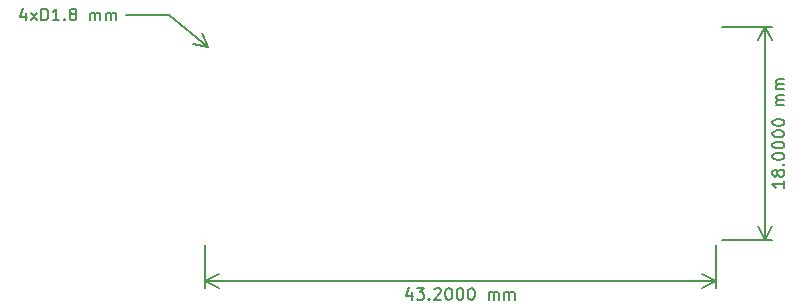
<source format=gbr>
%TF.GenerationSoftware,KiCad,Pcbnew,(5.99.0-8408-g2f86419c55)*%
%TF.CreationDate,2021-01-19T22:19:37+01:00*%
%TF.ProjectId,ax5243-test-board,61783532-3433-42d7-9465-73742d626f61,rev?*%
%TF.SameCoordinates,PX8954400PY4e33880*%
%TF.FileFunction,Other,User*%
%FSLAX46Y46*%
G04 Gerber Fmt 4.6, Leading zero omitted, Abs format (unit mm)*
G04 Created by KiCad (PCBNEW (5.99.0-8408-g2f86419c55)) date 2021-01-19 22:19:37*
%MOMM*%
%LPD*%
G01*
G04 APERTURE LIST*
%ADD10C,0.150000*%
G04 APERTURE END LIST*
D10*
X-36819048Y10214286D02*
X-36819048Y9547620D01*
X-37057143Y10595239D02*
X-37295239Y9880953D01*
X-36676191Y9880953D01*
X-36390477Y9547620D02*
X-35866667Y10214286D01*
X-36390477Y10214286D02*
X-35866667Y9547620D01*
X-35485715Y9547620D02*
X-35485715Y10547620D01*
X-35247620Y10547620D01*
X-35104762Y10500000D01*
X-35009524Y10404762D01*
X-34961905Y10309524D01*
X-34914286Y10119048D01*
X-34914286Y9976191D01*
X-34961905Y9785715D01*
X-35009524Y9690477D01*
X-35104762Y9595239D01*
X-35247620Y9547620D01*
X-35485715Y9547620D01*
X-33961905Y9547620D02*
X-34533334Y9547620D01*
X-34247620Y9547620D02*
X-34247620Y10547620D01*
X-34342858Y10404762D01*
X-34438096Y10309524D01*
X-34533334Y10261905D01*
X-33533334Y9642858D02*
X-33485715Y9595239D01*
X-33533334Y9547620D01*
X-33580953Y9595239D01*
X-33533334Y9642858D01*
X-33533334Y9547620D01*
X-32914286Y10119048D02*
X-33009524Y10166667D01*
X-33057143Y10214286D01*
X-33104762Y10309524D01*
X-33104762Y10357143D01*
X-33057143Y10452381D01*
X-33009524Y10500000D01*
X-32914286Y10547620D01*
X-32723810Y10547620D01*
X-32628572Y10500000D01*
X-32580953Y10452381D01*
X-32533334Y10357143D01*
X-32533334Y10309524D01*
X-32580953Y10214286D01*
X-32628572Y10166667D01*
X-32723810Y10119048D01*
X-32914286Y10119048D01*
X-33009524Y10071429D01*
X-33057143Y10023810D01*
X-33104762Y9928572D01*
X-33104762Y9738096D01*
X-33057143Y9642858D01*
X-33009524Y9595239D01*
X-32914286Y9547620D01*
X-32723810Y9547620D01*
X-32628572Y9595239D01*
X-32580953Y9642858D01*
X-32533334Y9738096D01*
X-32533334Y9928572D01*
X-32580953Y10023810D01*
X-32628572Y10071429D01*
X-32723810Y10119048D01*
X-31342858Y9547620D02*
X-31342858Y10214286D01*
X-31342858Y10119048D02*
X-31295239Y10166667D01*
X-31200000Y10214286D01*
X-31057143Y10214286D01*
X-30961905Y10166667D01*
X-30914286Y10071429D01*
X-30914286Y9547620D01*
X-30914286Y10071429D02*
X-30866667Y10166667D01*
X-30771429Y10214286D01*
X-30628572Y10214286D01*
X-30533334Y10166667D01*
X-30485715Y10071429D01*
X-30485715Y9547620D01*
X-30009524Y9547620D02*
X-30009524Y10214286D01*
X-30009524Y10119048D02*
X-29961905Y10166667D01*
X-29866667Y10214286D01*
X-29723810Y10214286D01*
X-29628572Y10166667D01*
X-29580953Y10071429D01*
X-29580953Y9547620D01*
X-29580953Y10071429D02*
X-29533334Y10166667D01*
X-29438096Y10214286D01*
X-29295239Y10214286D01*
X-29200000Y10166667D01*
X-29152381Y10071429D01*
X-29152381Y9547620D01*
X-21388378Y7314901D02*
X-24700000Y10000000D01*
X-21388378Y7314901D02*
X-21894067Y8479881D01*
X-21388378Y7314901D02*
X-22632725Y7568870D01*
X-24700000Y10000000D02*
X-28339285Y10000000D01*
X-4142858Y-13435714D02*
X-4142858Y-14102380D01*
X-4380953Y-13054761D02*
X-4619048Y-13769047D01*
X-4000000Y-13769047D01*
X-3714286Y-13102380D02*
X-3095239Y-13102380D01*
X-3428572Y-13483333D01*
X-3285715Y-13483333D01*
X-3190477Y-13530952D01*
X-3142858Y-13578571D01*
X-3095239Y-13673809D01*
X-3095239Y-13911904D01*
X-3142858Y-14007142D01*
X-3190477Y-14054761D01*
X-3285715Y-14102380D01*
X-3571429Y-14102380D01*
X-3666667Y-14054761D01*
X-3714286Y-14007142D01*
X-2666667Y-14007142D02*
X-2619048Y-14054761D01*
X-2666667Y-14102380D01*
X-2714286Y-14054761D01*
X-2666667Y-14007142D01*
X-2666667Y-14102380D01*
X-2238096Y-13197619D02*
X-2190477Y-13150000D01*
X-2095239Y-13102380D01*
X-1857143Y-13102380D01*
X-1761905Y-13150000D01*
X-1714286Y-13197619D01*
X-1666667Y-13292857D01*
X-1666667Y-13388095D01*
X-1714286Y-13530952D01*
X-2285715Y-14102380D01*
X-1666667Y-14102380D01*
X-1047620Y-13102380D02*
X-952381Y-13102380D01*
X-857143Y-13150000D01*
X-809524Y-13197619D01*
X-761905Y-13292857D01*
X-714286Y-13483333D01*
X-714286Y-13721428D01*
X-761905Y-13911904D01*
X-809524Y-14007142D01*
X-857143Y-14054761D01*
X-952381Y-14102380D01*
X-1047620Y-14102380D01*
X-1142858Y-14054761D01*
X-1190477Y-14007142D01*
X-1238096Y-13911904D01*
X-1285715Y-13721428D01*
X-1285715Y-13483333D01*
X-1238096Y-13292857D01*
X-1190477Y-13197619D01*
X-1142858Y-13150000D01*
X-1047620Y-13102380D01*
X-95239Y-13102380D02*
X0Y-13102380D01*
X95238Y-13150000D01*
X142857Y-13197619D01*
X190476Y-13292857D01*
X238095Y-13483333D01*
X238095Y-13721428D01*
X190476Y-13911904D01*
X142857Y-14007142D01*
X95238Y-14054761D01*
X0Y-14102380D01*
X-95239Y-14102380D01*
X-190477Y-14054761D01*
X-238096Y-14007142D01*
X-285715Y-13911904D01*
X-333334Y-13721428D01*
X-333334Y-13483333D01*
X-285715Y-13292857D01*
X-238096Y-13197619D01*
X-190477Y-13150000D01*
X-95239Y-13102380D01*
X857142Y-13102380D02*
X952380Y-13102380D01*
X1047619Y-13150000D01*
X1095238Y-13197619D01*
X1142857Y-13292857D01*
X1190476Y-13483333D01*
X1190476Y-13721428D01*
X1142857Y-13911904D01*
X1095238Y-14007142D01*
X1047619Y-14054761D01*
X952380Y-14102380D01*
X857142Y-14102380D01*
X761904Y-14054761D01*
X714285Y-14007142D01*
X666666Y-13911904D01*
X619047Y-13721428D01*
X619047Y-13483333D01*
X666666Y-13292857D01*
X714285Y-13197619D01*
X761904Y-13150000D01*
X857142Y-13102380D01*
X2380952Y-14102380D02*
X2380952Y-13435714D01*
X2380952Y-13530952D02*
X2428571Y-13483333D01*
X2523809Y-13435714D01*
X2666666Y-13435714D01*
X2761904Y-13483333D01*
X2809523Y-13578571D01*
X2809523Y-14102380D01*
X2809523Y-13578571D02*
X2857142Y-13483333D01*
X2952380Y-13435714D01*
X3095238Y-13435714D01*
X3190476Y-13483333D01*
X3238095Y-13578571D01*
X3238095Y-14102380D01*
X3714285Y-14102380D02*
X3714285Y-13435714D01*
X3714285Y-13530952D02*
X3761904Y-13483333D01*
X3857142Y-13435714D01*
X4000000Y-13435714D01*
X4095238Y-13483333D01*
X4142857Y-13578571D01*
X4142857Y-14102380D01*
X4142857Y-13578571D02*
X4190476Y-13483333D01*
X4285714Y-13435714D01*
X4428571Y-13435714D01*
X4523809Y-13483333D01*
X4571428Y-13578571D01*
X4571428Y-14102380D01*
X-21600000Y-9500000D02*
X-21600000Y-13086420D01*
X21600000Y-9500000D02*
X21600000Y-13086420D01*
X-21600000Y-12500000D02*
X21600000Y-12500000D01*
X-21600000Y-12500000D02*
X21600000Y-12500000D01*
X-21600000Y-12500000D02*
X-20473496Y-13086421D01*
X-21600000Y-12500000D02*
X-20473496Y-11913579D01*
X21600000Y-12500000D02*
X20473496Y-11913579D01*
X21600000Y-12500000D02*
X20473496Y-13086421D01*
X27402380Y-4047619D02*
X27402380Y-4619047D01*
X27402380Y-4333333D02*
X26402380Y-4333333D01*
X26545238Y-4428571D01*
X26640476Y-4523809D01*
X26688095Y-4619047D01*
X26830952Y-3476190D02*
X26783333Y-3571428D01*
X26735714Y-3619047D01*
X26640476Y-3666666D01*
X26592857Y-3666666D01*
X26497619Y-3619047D01*
X26450000Y-3571428D01*
X26402380Y-3476190D01*
X26402380Y-3285714D01*
X26450000Y-3190476D01*
X26497619Y-3142857D01*
X26592857Y-3095238D01*
X26640476Y-3095238D01*
X26735714Y-3142857D01*
X26783333Y-3190476D01*
X26830952Y-3285714D01*
X26830952Y-3476190D01*
X26878571Y-3571428D01*
X26926190Y-3619047D01*
X27021428Y-3666666D01*
X27211904Y-3666666D01*
X27307142Y-3619047D01*
X27354761Y-3571428D01*
X27402380Y-3476190D01*
X27402380Y-3285714D01*
X27354761Y-3190476D01*
X27307142Y-3142857D01*
X27211904Y-3095238D01*
X27021428Y-3095238D01*
X26926190Y-3142857D01*
X26878571Y-3190476D01*
X26830952Y-3285714D01*
X27307142Y-2666666D02*
X27354761Y-2619047D01*
X27402380Y-2666666D01*
X27354761Y-2714285D01*
X27307142Y-2666666D01*
X27402380Y-2666666D01*
X26402380Y-2000000D02*
X26402380Y-1904761D01*
X26450000Y-1809523D01*
X26497619Y-1761904D01*
X26592857Y-1714285D01*
X26783333Y-1666666D01*
X27021428Y-1666666D01*
X27211904Y-1714285D01*
X27307142Y-1761904D01*
X27354761Y-1809523D01*
X27402380Y-1904761D01*
X27402380Y-2000000D01*
X27354761Y-2095238D01*
X27307142Y-2142857D01*
X27211904Y-2190476D01*
X27021428Y-2238095D01*
X26783333Y-2238095D01*
X26592857Y-2190476D01*
X26497619Y-2142857D01*
X26450000Y-2095238D01*
X26402380Y-2000000D01*
X26402380Y-1047619D02*
X26402380Y-952380D01*
X26450000Y-857142D01*
X26497619Y-809523D01*
X26592857Y-761904D01*
X26783333Y-714285D01*
X27021428Y-714285D01*
X27211904Y-761904D01*
X27307142Y-809523D01*
X27354761Y-857142D01*
X27402380Y-952380D01*
X27402380Y-1047619D01*
X27354761Y-1142857D01*
X27307142Y-1190476D01*
X27211904Y-1238095D01*
X27021428Y-1285714D01*
X26783333Y-1285714D01*
X26592857Y-1238095D01*
X26497619Y-1190476D01*
X26450000Y-1142857D01*
X26402380Y-1047619D01*
X26402380Y-95238D02*
X26402380Y0D01*
X26450000Y95239D01*
X26497619Y142858D01*
X26592857Y190477D01*
X26783333Y238096D01*
X27021428Y238096D01*
X27211904Y190477D01*
X27307142Y142858D01*
X27354761Y95239D01*
X27402380Y0D01*
X27402380Y-95238D01*
X27354761Y-190476D01*
X27307142Y-238095D01*
X27211904Y-285714D01*
X27021428Y-333333D01*
X26783333Y-333333D01*
X26592857Y-285714D01*
X26497619Y-238095D01*
X26450000Y-190476D01*
X26402380Y-95238D01*
X26402380Y857143D02*
X26402380Y952381D01*
X26450000Y1047620D01*
X26497619Y1095239D01*
X26592857Y1142858D01*
X26783333Y1190477D01*
X27021428Y1190477D01*
X27211904Y1142858D01*
X27307142Y1095239D01*
X27354761Y1047620D01*
X27402380Y952381D01*
X27402380Y857143D01*
X27354761Y761905D01*
X27307142Y714286D01*
X27211904Y666667D01*
X27021428Y619048D01*
X26783333Y619048D01*
X26592857Y666667D01*
X26497619Y714286D01*
X26450000Y761905D01*
X26402380Y857143D01*
X27402380Y2380953D02*
X26735714Y2380953D01*
X26830952Y2380953D02*
X26783333Y2428572D01*
X26735714Y2523810D01*
X26735714Y2666667D01*
X26783333Y2761905D01*
X26878571Y2809524D01*
X27402380Y2809524D01*
X26878571Y2809524D02*
X26783333Y2857143D01*
X26735714Y2952381D01*
X26735714Y3095239D01*
X26783333Y3190477D01*
X26878571Y3238096D01*
X27402380Y3238096D01*
X27402380Y3714286D02*
X26735714Y3714286D01*
X26830952Y3714286D02*
X26783333Y3761905D01*
X26735714Y3857143D01*
X26735714Y4000000D01*
X26783333Y4095239D01*
X26878571Y4142858D01*
X27402380Y4142858D01*
X26878571Y4142858D02*
X26783333Y4190477D01*
X26735714Y4285715D01*
X26735714Y4428572D01*
X26783333Y4523810D01*
X26878571Y4571429D01*
X27402380Y4571429D01*
X22100000Y-9000000D02*
X26386420Y-9000000D01*
X22100000Y9000000D02*
X26386420Y9000000D01*
X25800000Y-9000000D02*
X25800000Y9000000D01*
X25800000Y-9000000D02*
X25800000Y9000000D01*
X25800000Y-9000000D02*
X26386421Y-7873496D01*
X25800000Y-9000000D02*
X25213579Y-7873496D01*
X25800000Y9000000D02*
X25213579Y7873496D01*
X25800000Y9000000D02*
X26386421Y7873496D01*
M02*

</source>
